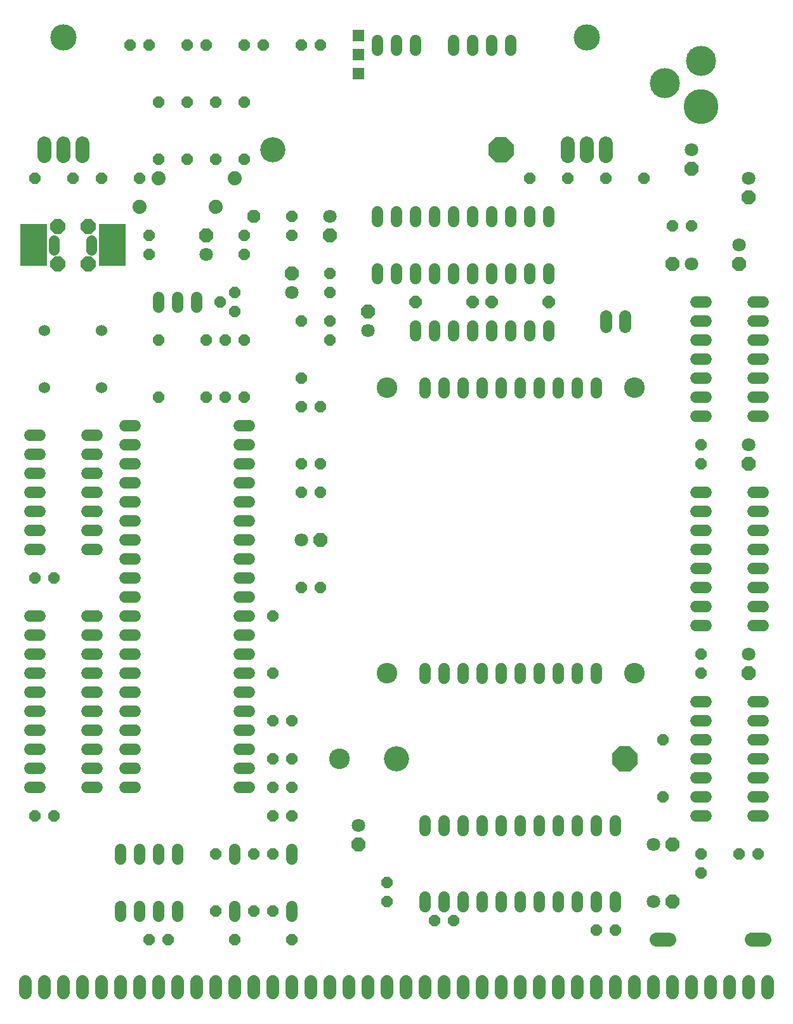
<source format=gts>
G04 EAGLE Gerber RS-274X export*
G75*
%MOMM*%
%FSLAX34Y34*%
%LPD*%
%INSoldermask Top*%
%IPPOS*%
%AMOC8*
5,1,8,0,0,1.08239X$1,22.5*%
G01*
%ADD10C,1.879600*%
%ADD11C,3.505200*%
%ADD12P,1.951982X8X292.500000*%
%ADD13C,1.803400*%
%ADD14P,1.649562X8X22.500000*%
%ADD15C,1.524000*%
%ADD16P,1.649562X8X112.500000*%
%ADD17P,1.649562X8X292.500000*%
%ADD18C,2.743200*%
%ADD19C,1.625600*%
%ADD20P,1.759533X8X22.500000*%
%ADD21P,1.759533X8X202.500000*%
%ADD22C,3.352800*%
%ADD23P,3.629037X8X22.500000*%
%ADD24P,1.951982X8X202.500000*%
%ADD25P,1.951982X8X22.500000*%
%ADD26P,1.951982X8X112.500000*%
%ADD27P,1.649562X8X202.500000*%
%ADD28C,1.524000*%
%ADD29C,4.648200*%
%ADD30C,4.013200*%
%ADD31R,1.511200X1.511200*%
%ADD32C,1.727200*%
%ADD33C,1.411200*%
%ADD34P,2.158177X8X22.500000*%
%ADD35R,3.606800X5.613400*%
%ADD36C,1.879600*%
%ADD37P,1.869504X8X22.500000*%


D10*
X762000Y1083818D02*
X762000Y1100582D01*
X787400Y1100582D02*
X787400Y1083818D01*
X812800Y1083818D02*
X812800Y1100582D01*
D11*
X787400Y1242060D03*
D12*
X1689100Y939800D03*
D13*
X1689100Y965200D03*
D14*
X749300Y1054100D03*
X800100Y1054100D03*
X838200Y1054100D03*
X889000Y1054100D03*
D15*
X1022096Y241300D02*
X1035304Y241300D01*
X1035304Y266700D02*
X1022096Y266700D01*
X1022096Y393700D02*
X1035304Y393700D01*
X1035304Y419100D02*
X1022096Y419100D01*
X1022096Y292100D02*
X1035304Y292100D01*
X1035304Y317500D02*
X1022096Y317500D01*
X1022096Y368300D02*
X1035304Y368300D01*
X1035304Y342900D02*
X1022096Y342900D01*
X1022096Y444500D02*
X1035304Y444500D01*
X1035304Y469900D02*
X1022096Y469900D01*
X1022096Y495300D02*
X1035304Y495300D01*
X1035304Y520700D02*
X1022096Y520700D01*
X1022096Y546100D02*
X1035304Y546100D01*
X1035304Y571500D02*
X1022096Y571500D01*
X1022096Y596900D02*
X1035304Y596900D01*
X1035304Y622300D02*
X1022096Y622300D01*
X1022096Y647700D02*
X1035304Y647700D01*
X1035304Y673100D02*
X1022096Y673100D01*
X1022096Y698500D02*
X1035304Y698500D01*
X1035304Y723900D02*
X1022096Y723900D01*
X882904Y723900D02*
X869696Y723900D01*
X869696Y698500D02*
X882904Y698500D01*
X882904Y673100D02*
X869696Y673100D01*
X869696Y647700D02*
X882904Y647700D01*
X882904Y622300D02*
X869696Y622300D01*
X869696Y596900D02*
X882904Y596900D01*
X882904Y571500D02*
X869696Y571500D01*
X869696Y546100D02*
X882904Y546100D01*
X882904Y520700D02*
X869696Y520700D01*
X869696Y495300D02*
X882904Y495300D01*
X882904Y469900D02*
X869696Y469900D01*
X869696Y444500D02*
X882904Y444500D01*
X882904Y419100D02*
X869696Y419100D01*
X869696Y393700D02*
X882904Y393700D01*
X882904Y368300D02*
X869696Y368300D01*
X869696Y342900D02*
X882904Y342900D01*
X882904Y317500D02*
X869696Y317500D01*
X869696Y292100D02*
X882904Y292100D01*
X882904Y266700D02*
X869696Y266700D01*
X869696Y241300D02*
X882904Y241300D01*
X1270000Y95504D02*
X1270000Y82296D01*
X1295400Y82296D02*
X1295400Y95504D01*
X1320800Y95504D02*
X1320800Y82296D01*
X1346200Y82296D02*
X1346200Y95504D01*
X1371600Y95504D02*
X1371600Y82296D01*
X1397000Y82296D02*
X1397000Y95504D01*
X1422400Y95504D02*
X1422400Y82296D01*
X1447800Y82296D02*
X1447800Y95504D01*
X1473200Y95504D02*
X1473200Y82296D01*
X1498600Y82296D02*
X1498600Y95504D01*
X1524000Y95504D02*
X1524000Y82296D01*
X1524000Y183896D02*
X1524000Y197104D01*
X1498600Y197104D02*
X1498600Y183896D01*
X1473200Y183896D02*
X1473200Y197104D01*
X1447800Y197104D02*
X1447800Y183896D01*
X1422400Y183896D02*
X1422400Y197104D01*
X1397000Y197104D02*
X1397000Y183896D01*
X1371600Y183896D02*
X1371600Y197104D01*
X1346200Y197104D02*
X1346200Y183896D01*
X1320800Y183896D02*
X1320800Y197104D01*
X1295400Y197104D02*
X1295400Y183896D01*
X1270000Y183896D02*
X1270000Y197104D01*
X1206500Y920496D02*
X1206500Y933704D01*
X1231900Y933704D02*
X1231900Y920496D01*
X1358900Y920496D02*
X1358900Y933704D01*
X1384300Y933704D02*
X1384300Y920496D01*
X1257300Y920496D02*
X1257300Y933704D01*
X1282700Y933704D02*
X1282700Y920496D01*
X1333500Y920496D02*
X1333500Y933704D01*
X1308100Y933704D02*
X1308100Y920496D01*
X1409700Y920496D02*
X1409700Y933704D01*
X1435100Y933704D02*
X1435100Y920496D01*
X1435100Y996696D02*
X1435100Y1009904D01*
X1409700Y1009904D02*
X1409700Y996696D01*
X1384300Y996696D02*
X1384300Y1009904D01*
X1358900Y1009904D02*
X1358900Y996696D01*
X1333500Y996696D02*
X1333500Y1009904D01*
X1308100Y1009904D02*
X1308100Y996696D01*
X1282700Y996696D02*
X1282700Y1009904D01*
X1257300Y1009904D02*
X1257300Y996696D01*
X1231900Y996696D02*
X1231900Y1009904D01*
X1206500Y1009904D02*
X1206500Y996696D01*
D16*
X914400Y762000D03*
X914400Y838200D03*
D17*
X977900Y838200D03*
X977900Y762000D03*
D14*
X1498600Y50800D03*
X1524000Y50800D03*
D16*
X1143000Y901700D03*
X1143000Y927100D03*
X1104900Y787400D03*
X1104900Y863600D03*
D15*
X1270000Y400304D02*
X1270000Y387096D01*
X1295400Y387096D02*
X1295400Y400304D01*
X1422400Y400304D02*
X1422400Y387096D01*
X1447800Y387096D02*
X1447800Y400304D01*
X1320800Y400304D02*
X1320800Y387096D01*
X1346200Y387096D02*
X1346200Y400304D01*
X1397000Y400304D02*
X1397000Y387096D01*
X1371600Y387096D02*
X1371600Y400304D01*
X1473200Y400304D02*
X1473200Y387096D01*
X1498600Y387096D02*
X1498600Y400304D01*
X1498600Y768096D02*
X1498600Y781304D01*
X1473200Y781304D02*
X1473200Y768096D01*
X1447800Y768096D02*
X1447800Y781304D01*
X1422400Y781304D02*
X1422400Y768096D01*
X1397000Y768096D02*
X1397000Y781304D01*
X1371600Y781304D02*
X1371600Y768096D01*
X1346200Y768096D02*
X1346200Y781304D01*
X1320800Y781304D02*
X1320800Y768096D01*
X1295400Y768096D02*
X1295400Y781304D01*
X1270000Y781304D02*
X1270000Y768096D01*
D18*
X1219200Y774700D03*
X1549400Y774700D03*
X1219200Y393700D03*
X1549400Y393700D03*
D19*
X1511300Y856488D02*
X1511300Y870712D01*
X1536700Y870712D02*
X1536700Y856488D01*
D17*
X1587500Y304800D03*
X1587500Y228600D03*
D20*
X1257300Y889000D03*
X1333500Y889000D03*
D21*
X1435100Y889000D03*
X1358900Y889000D03*
D16*
X1143000Y838200D03*
X1143000Y863600D03*
D17*
X1104900Y749300D03*
X1104900Y673100D03*
X1130300Y749300D03*
X1130300Y673100D03*
D15*
X1257300Y844296D02*
X1257300Y857504D01*
X1282700Y857504D02*
X1282700Y844296D01*
X1308100Y844296D02*
X1308100Y857504D01*
X1333500Y857504D02*
X1333500Y844296D01*
X1358900Y844296D02*
X1358900Y857504D01*
X1384300Y857504D02*
X1384300Y844296D01*
X1409700Y844296D02*
X1409700Y857504D01*
X1435100Y857504D02*
X1435100Y844296D01*
X1707896Y457200D02*
X1721104Y457200D01*
X1721104Y482600D02*
X1707896Y482600D01*
X1707896Y609600D02*
X1721104Y609600D01*
X1721104Y635000D02*
X1707896Y635000D01*
X1707896Y508000D02*
X1721104Y508000D01*
X1721104Y533400D02*
X1707896Y533400D01*
X1707896Y584200D02*
X1721104Y584200D01*
X1721104Y558800D02*
X1707896Y558800D01*
X1644904Y635000D02*
X1631696Y635000D01*
X1631696Y609600D02*
X1644904Y609600D01*
X1644904Y584200D02*
X1631696Y584200D01*
X1631696Y558800D02*
X1644904Y558800D01*
X1644904Y533400D02*
X1631696Y533400D01*
X1631696Y508000D02*
X1644904Y508000D01*
X1644904Y482600D02*
X1631696Y482600D01*
X1631696Y457200D02*
X1644904Y457200D01*
X1707896Y203200D02*
X1721104Y203200D01*
X1721104Y228600D02*
X1707896Y228600D01*
X1707896Y355600D02*
X1721104Y355600D01*
X1644904Y355600D02*
X1631696Y355600D01*
X1707896Y254000D02*
X1721104Y254000D01*
X1721104Y279400D02*
X1707896Y279400D01*
X1707896Y330200D02*
X1721104Y330200D01*
X1721104Y304800D02*
X1707896Y304800D01*
X1644904Y330200D02*
X1631696Y330200D01*
X1631696Y304800D02*
X1644904Y304800D01*
X1644904Y279400D02*
X1631696Y279400D01*
X1631696Y254000D02*
X1644904Y254000D01*
X1644904Y228600D02*
X1631696Y228600D01*
X1631696Y203200D02*
X1644904Y203200D01*
X1707896Y736600D02*
X1721104Y736600D01*
X1721104Y762000D02*
X1707896Y762000D01*
X1707896Y889000D02*
X1721104Y889000D01*
X1644904Y889000D02*
X1631696Y889000D01*
X1707896Y787400D02*
X1721104Y787400D01*
X1721104Y812800D02*
X1707896Y812800D01*
X1707896Y863600D02*
X1721104Y863600D01*
X1721104Y838200D02*
X1707896Y838200D01*
X1644904Y863600D02*
X1631696Y863600D01*
X1631696Y838200D02*
X1644904Y838200D01*
X1644904Y812800D02*
X1631696Y812800D01*
X1631696Y787400D02*
X1644904Y787400D01*
X1644904Y762000D02*
X1631696Y762000D01*
X1631696Y736600D02*
X1644904Y736600D01*
D16*
X1028700Y762000D03*
X1028700Y838200D03*
D15*
X863600Y82804D02*
X863600Y69596D01*
X889000Y69596D02*
X889000Y82804D01*
X914400Y82804D02*
X914400Y69596D01*
X939800Y69596D02*
X939800Y82804D01*
X939800Y145796D02*
X939800Y159004D01*
X914400Y159004D02*
X914400Y145796D01*
X889000Y145796D02*
X889000Y159004D01*
X863600Y159004D02*
X863600Y145796D01*
D17*
X1041400Y152400D03*
X1041400Y76200D03*
D16*
X990600Y76200D03*
X990600Y152400D03*
D17*
X1003300Y838200D03*
X1003300Y762000D03*
D15*
X1016000Y159004D02*
X1016000Y145796D01*
X1016000Y82804D02*
X1016000Y69596D01*
D16*
X1066800Y76200D03*
X1066800Y152400D03*
D15*
X1092200Y82804D02*
X1092200Y69596D01*
X1092200Y145796D02*
X1092200Y159004D01*
D14*
X1016000Y38100D03*
X1092200Y38100D03*
X1066800Y203200D03*
X1092200Y203200D03*
X1066800Y241300D03*
X1092200Y241300D03*
D16*
X1066800Y393700D03*
X1066800Y469900D03*
D15*
X965200Y882396D02*
X965200Y895604D01*
X914400Y895604D02*
X914400Y882396D01*
X939800Y882396D02*
X939800Y895604D01*
D16*
X1016000Y901700D03*
X996950Y889000D03*
X1016000Y876300D03*
D14*
X1066800Y330200D03*
X1092200Y330200D03*
X1066800Y279400D03*
X1092200Y279400D03*
D22*
X1231900Y279400D03*
D23*
X1536700Y279400D03*
D22*
X1066800Y1092200D03*
D23*
X1371600Y1092200D03*
D17*
X1638300Y698500D03*
X1638300Y673100D03*
X1638300Y419100D03*
X1638300Y393700D03*
D12*
X1701800Y673100D03*
D13*
X1701800Y698500D03*
D12*
X1701800Y393700D03*
D13*
X1701800Y419100D03*
D24*
X1600200Y939800D03*
D13*
X1625600Y939800D03*
D25*
X1600200Y165100D03*
D13*
X1574800Y165100D03*
D25*
X1600200Y88900D03*
D13*
X1574800Y88900D03*
D14*
X901700Y38100D03*
X927100Y38100D03*
D12*
X1181100Y165100D03*
D13*
X1181100Y190500D03*
D14*
X1282700Y63500D03*
X1308100Y63500D03*
D17*
X1219200Y114300D03*
X1219200Y88900D03*
D25*
X1130300Y571500D03*
D13*
X1104900Y571500D03*
D14*
X1104900Y508000D03*
X1130300Y508000D03*
X1104900Y635000D03*
X1130300Y635000D03*
D26*
X1092200Y927100D03*
D13*
X1092200Y901700D03*
D12*
X1143000Y977900D03*
D13*
X1143000Y1003300D03*
D17*
X1092200Y1003300D03*
X1092200Y977900D03*
X1028700Y977900D03*
X1028700Y952500D03*
D26*
X977900Y977900D03*
D13*
X977900Y952500D03*
D26*
X1193800Y876300D03*
D13*
X1193800Y850900D03*
D17*
X1638300Y152400D03*
X1638300Y127000D03*
D14*
X1689100Y152400D03*
X1714500Y152400D03*
D27*
X1625600Y990600D03*
X1600200Y990600D03*
X1130300Y1231900D03*
X1104900Y1231900D03*
X1054100Y1231900D03*
X1028700Y1231900D03*
D16*
X1028700Y1079500D03*
X1028700Y1155700D03*
X990600Y1079500D03*
X990600Y1155700D03*
D10*
X1460500Y1100582D02*
X1460500Y1083818D01*
X1485900Y1083818D02*
X1485900Y1100582D01*
X1511300Y1100582D02*
X1511300Y1083818D01*
D11*
X1485900Y1242060D03*
D12*
X1701800Y1028700D03*
D13*
X1701800Y1054100D03*
D27*
X1460500Y1054100D03*
X1409700Y1054100D03*
D14*
X1511300Y1054100D03*
X1562100Y1054100D03*
D15*
X832104Y558800D02*
X818896Y558800D01*
X818896Y584200D02*
X832104Y584200D01*
X832104Y711200D02*
X818896Y711200D01*
X755904Y711200D02*
X742696Y711200D01*
X818896Y609600D02*
X832104Y609600D01*
X832104Y635000D02*
X818896Y635000D01*
X818896Y685800D02*
X832104Y685800D01*
X832104Y660400D02*
X818896Y660400D01*
X755904Y685800D02*
X742696Y685800D01*
X742696Y660400D02*
X755904Y660400D01*
X755904Y635000D02*
X742696Y635000D01*
X742696Y609600D02*
X755904Y609600D01*
X755904Y584200D02*
X742696Y584200D01*
X742696Y558800D02*
X755904Y558800D01*
D28*
X762000Y850900D03*
X762000Y774700D03*
X838200Y774700D03*
X838200Y850900D03*
D16*
X901700Y952500D03*
X901700Y977900D03*
D14*
X749300Y520700D03*
X774700Y520700D03*
D15*
X1206500Y1225296D02*
X1206500Y1238504D01*
X1231900Y1238504D02*
X1231900Y1225296D01*
X1308100Y1225296D02*
X1308100Y1238504D01*
X1333500Y1238504D02*
X1333500Y1225296D01*
X1358900Y1225296D02*
X1358900Y1238504D01*
X1257300Y1238504D02*
X1257300Y1225296D01*
X1384300Y1225296D02*
X1384300Y1238504D01*
D29*
X1638300Y1150100D03*
D30*
X1638300Y1211100D03*
X1590300Y1181100D03*
D12*
X1625600Y1066800D03*
D13*
X1625600Y1092200D03*
D18*
X1155700Y279400D03*
D27*
X977900Y1231900D03*
X952500Y1231900D03*
X901700Y1231900D03*
X876300Y1231900D03*
D17*
X952500Y1155700D03*
X952500Y1079500D03*
X914400Y1155700D03*
X914400Y1079500D03*
D31*
X1181100Y1193800D03*
X1181100Y1219200D03*
X1181100Y1244600D03*
D10*
X1706118Y38100D02*
X1722882Y38100D01*
X1595882Y38100D02*
X1579118Y38100D01*
D15*
X832104Y241300D02*
X818896Y241300D01*
X818896Y266700D02*
X832104Y266700D01*
X832104Y292100D02*
X818896Y292100D01*
X818896Y317500D02*
X832104Y317500D01*
X832104Y342900D02*
X818896Y342900D01*
X818896Y368300D02*
X832104Y368300D01*
X832104Y393700D02*
X818896Y393700D01*
X818896Y419100D02*
X832104Y419100D01*
X832104Y444500D02*
X818896Y444500D01*
X818896Y469900D02*
X832104Y469900D01*
X755904Y469900D02*
X742696Y469900D01*
X742696Y444500D02*
X755904Y444500D01*
X755904Y419100D02*
X742696Y419100D01*
X742696Y393700D02*
X755904Y393700D01*
X755904Y368300D02*
X742696Y368300D01*
X742696Y342900D02*
X755904Y342900D01*
X755904Y317500D02*
X742696Y317500D01*
X742696Y292100D02*
X755904Y292100D01*
X755904Y266700D02*
X742696Y266700D01*
X742696Y241300D02*
X755904Y241300D01*
D32*
X1219200Y-17780D02*
X1219200Y-33020D01*
X1193800Y-33020D02*
X1193800Y-17780D01*
X1168400Y-17780D02*
X1168400Y-33020D01*
X1143000Y-33020D02*
X1143000Y-17780D01*
X1117600Y-17780D02*
X1117600Y-33020D01*
X1092200Y-33020D02*
X1092200Y-17780D01*
X1066800Y-17780D02*
X1066800Y-33020D01*
X1041400Y-33020D02*
X1041400Y-17780D01*
X1016000Y-17780D02*
X1016000Y-33020D01*
X990600Y-33020D02*
X990600Y-17780D01*
X965200Y-17780D02*
X965200Y-33020D01*
X939800Y-33020D02*
X939800Y-17780D01*
X914400Y-17780D02*
X914400Y-33020D01*
X889000Y-33020D02*
X889000Y-17780D01*
X863600Y-17780D02*
X863600Y-33020D01*
X838200Y-33020D02*
X838200Y-17780D01*
X812800Y-17780D02*
X812800Y-33020D01*
X762000Y-33020D02*
X762000Y-17780D01*
X736600Y-17780D02*
X736600Y-33020D01*
X787400Y-33020D02*
X787400Y-17780D01*
X1727200Y-17780D02*
X1727200Y-33020D01*
X1701800Y-33020D02*
X1701800Y-17780D01*
X1676400Y-17780D02*
X1676400Y-33020D01*
X1651000Y-33020D02*
X1651000Y-17780D01*
X1625600Y-17780D02*
X1625600Y-33020D01*
X1600200Y-33020D02*
X1600200Y-17780D01*
X1574800Y-17780D02*
X1574800Y-33020D01*
X1549400Y-33020D02*
X1549400Y-17780D01*
X1524000Y-17780D02*
X1524000Y-33020D01*
X1498600Y-33020D02*
X1498600Y-17780D01*
X1473200Y-17780D02*
X1473200Y-33020D01*
X1447800Y-33020D02*
X1447800Y-17780D01*
X1422400Y-17780D02*
X1422400Y-33020D01*
X1397000Y-33020D02*
X1397000Y-17780D01*
X1371600Y-17780D02*
X1371600Y-33020D01*
X1346200Y-33020D02*
X1346200Y-17780D01*
X1320800Y-17780D02*
X1320800Y-33020D01*
X1295400Y-33020D02*
X1295400Y-17780D01*
X1270000Y-17780D02*
X1270000Y-33020D01*
X1244600Y-33020D02*
X1244600Y-17780D01*
D14*
X749300Y203200D03*
X774700Y203200D03*
D33*
X825100Y959160D02*
X825100Y971240D01*
X775100Y971240D02*
X775100Y959160D01*
D34*
X780161Y990219D03*
X780161Y940181D03*
X820039Y940181D03*
X820039Y990219D03*
D35*
X852424Y965200D03*
X747776Y965200D03*
D36*
X1016000Y1054100D03*
X914400Y1054100D03*
X990600Y1016000D03*
X889000Y1016000D03*
D37*
X1041400Y1003300D03*
M02*

</source>
